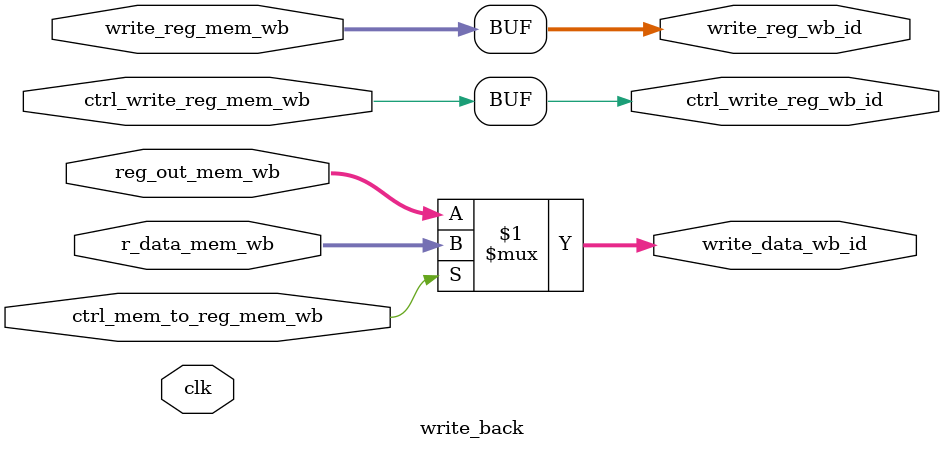
<source format=v>
`timescale 1ns / 1ps


module write_back(
    input clk,
    input       [31:0]  r_data_mem_wb,
    input       [31:0]  reg_out_mem_wb,
    input       [4:0]   write_reg_mem_wb,
    // input               ctrl_branch_mem_wb,
    input               ctrl_mem_to_reg_mem_wb,
    input               ctrl_write_reg_mem_wb,
    output      [31:0]  write_data_wb_id,
    output      [4:0]   write_reg_wb_id,
    output      [0:0]   ctrl_write_reg_wb_id
    // output reg  [0:0]   ctrl_branch_wb_if
);

assign write_data_wb_id = ctrl_mem_to_reg_mem_wb ? r_data_mem_wb : reg_out_mem_wb;   
assign ctrl_write_reg_wb_id = ctrl_write_reg_mem_wb;
assign write_reg_wb_id = write_reg_mem_wb;

// always @ (posedge clk)
// begin
//     ctrl_branch_wb_if <= ctrl_branch_mem_wb;
// end
endmodule

</source>
